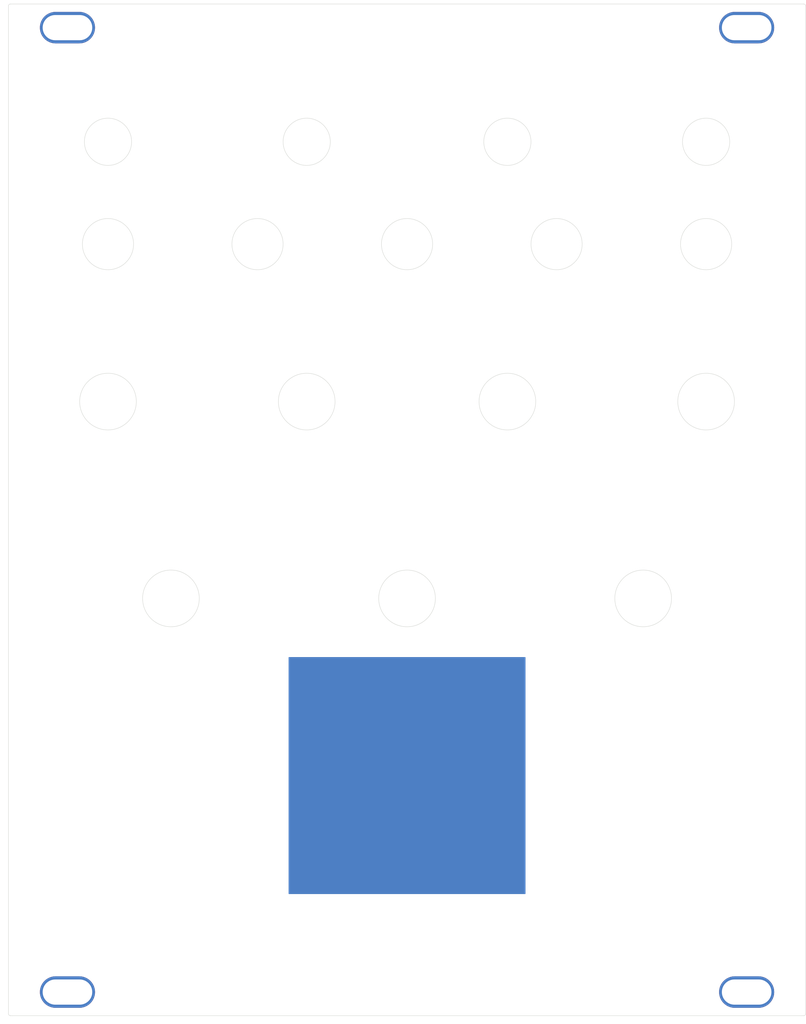
<source format=kicad_pcb>
(kicad_pcb (version 20211014) (generator pcbnew)
  (title_block (title "Magnum Percussion Instrument") (date "2022-06-07") (rev "r03") (comment 2 "creativecommons.org/licenses/by/4.0/") (comment 3 "License: CC BY 4.0") (comment 4 "Author: Guy John"))
  (layers (0 "F.Cu" signal) (31 "B.Cu" signal) (36 "B.SilkS" user "B.Silkscreen") (37 "F.SilkS" user "F.Silkscreen") (38 "B.Mask" user) (39 "F.Mask" user) (44 "Edge.Cuts" user))
  (net 0 "")
  (footprint "Rumblesan_Footprints:PanelHole_3.2mm_M3_elongated" (layer "F.Cu") (at 38.5 145.5)
    (fp_text reference "REF**" hide)
    (fp_text value "PanelHole_3.2mm_M3_elongated" hide)
    (pad "" thru_hole oval locked (at 0 0) (size 7 4) (drill oval 6.3 3.2) (layers *.Cu *.Mask))
  )
  (footprint "Rumblesan_Footprints:PanelHole_3.2mm_M3_elongated" (layer "F.Cu") (at 38.5 23)
    (fp_text reference "REF**" hide)
    (fp_text value "PanelHole_3.2mm_M3_elongated" hide)
    (pad "" thru_hole oval locked (at 0 0) (size 7 4) (drill oval 6.3 3.2) (layers *.Cu *.Mask))
  )
  (footprint "Rumblesan_Footprints:PanelHole_3.2mm_M3_elongated" (layer "F.Cu") (at 124.8 145.5)
    (fp_text reference "REF**" hide)
    (fp_text value "PanelHole_3.2mm_M3_elongated" hide)
    (pad "" thru_hole oval locked (at 0 0) (size 7 4) (drill oval 6.3 3.2) (layers *.Cu *.Mask))
  )
  (footprint "Rumblesan_Footprints:PanelHole_3.2mm_M3_elongated" (layer "F.Cu") (at 124.8 23)
    (fp_text reference "REF**" hide)
    (fp_text value "PanelHole_3.2mm_M3_elongated" hide)
    (pad "" thru_hole oval locked (at 0 0) (size 7 4) (drill oval 6.3 3.2) (layers *.Cu *.Mask))
  )
  (gr_rect (start 66.65 103) (end 96.65 133) (layer "B.Cu") (width 0.1) (fill solid))
  (gr_line (start 132.3 148.25) (end 132.3 20.25) (layer "Edge.Cuts") (width 0.05))
  (gr_circle (center 68.9 37.5) (end 71.9 37.5) (layer "Edge.Cuts") (width 0.05) (fill none))
  (gr_line (start 132.05 20) (end 31.25 20) (layer "Edge.Cuts") (width 0.05))
  (gr_arc (start 31 20.25) (mid 31.073223 20.073223) (end 31.25 20) (layer "Edge.Cuts") (width 0.05))
  (gr_circle (center 43.65 37.5) (end 46.65 37.5) (layer "Edge.Cuts") (width 0.05) (fill none))
  (gr_circle (center 111.65 95.5) (end 115.25 95.5) (layer "Edge.Cuts") (width 0.05) (fill none))
  (gr_circle (center 51.65 95.5) (end 55.25 95.5) (layer "Edge.Cuts") (width 0.05) (fill none))
  (gr_circle (center 81.65 95.5) (end 85.25 95.5) (layer "Edge.Cuts") (width 0.05) (fill none))
  (gr_circle (center 119.65 50.5) (end 122.9 50.5) (layer "Edge.Cuts") (width 0.05) (fill none))
  (gr_arc (start 31.25 148.5) (mid 31.073223 148.426777) (end 31 148.25) (layer "Edge.Cuts") (width 0.05))
  (gr_circle (center 43.65 50.5) (end 46.9 50.5) (layer "Edge.Cuts") (width 0.05) (fill none))
  (gr_circle (center 68.9 70.5) (end 72.5 70.5) (layer "Edge.Cuts") (width 0.05) (fill none))
  (gr_circle (center 62.65 50.5) (end 65.9 50.5) (layer "Edge.Cuts") (width 0.05) (fill none))
  (gr_circle (center 119.65 70.5) (end 123.25 70.5) (layer "Edge.Cuts") (width 0.05) (fill none))
  (gr_circle (center 43.65 70.5) (end 47.25 70.5) (layer "Edge.Cuts") (width 0.05) (fill none))
  (gr_line (start 31.25 148.5) (end 132.05 148.5) (layer "Edge.Cuts") (width 0.05))
  (gr_arc (start 132.3 148.25) (mid 132.226777 148.426777) (end 132.05 148.5) (layer "Edge.Cuts") (width 0.05))
  (gr_circle (center 81.65 50.5) (end 84.9 50.5) (layer "Edge.Cuts") (width 0.05) (fill none))
  (gr_circle (center 94.4 37.5) (end 97.4 37.5) (layer "Edge.Cuts") (width 0.05) (fill none))
  (gr_circle (center 94.4 70.5) (end 98 70.5) (layer "Edge.Cuts") (width 0.05) (fill none))
  (gr_circle (center 119.65 37.5) (end 122.65 37.5) (layer "Edge.Cuts") (width 0.05) (fill none))
  (gr_line (start 31 20.25) (end 31 148.25) (layer "Edge.Cuts") (width 0.05))
  (gr_circle (center 100.65 50.5) (end 103.9 50.5) (layer "Edge.Cuts") (width 0.05) (fill none))
  (gr_arc (start 132.05 20) (mid 132.226777 20.073223) (end 132.3 20.25) (layer "Edge.Cuts") (width 0.05))
)
</source>
